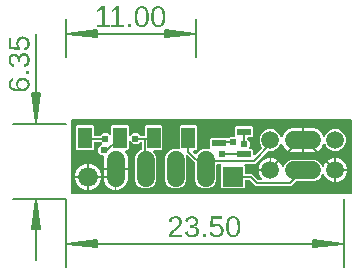
<source format=gbr>
G04 EAGLE Gerber RS-274X export*
G75*
%MOMM*%
%FSLAX34Y34*%
%LPD*%
%INTop Copper*%
%IPPOS*%
%AMOC8*
5,1,8,0,0,1.08239X$1,22.5*%
G01*
G04 Define Apertures*
%ADD10C,0.130000*%
%ADD11C,1.524000*%
%ADD12R,1.164600X1.815300*%
%ADD13R,1.223500X0.624800*%
%ADD14C,1.498600*%
%ADD15R,1.676400X1.676400*%
%ADD16C,1.676400*%
%ADD17C,0.203200*%
%ADD18C,0.604000*%
G36*
X241442Y3890D02*
X241046Y3810D01*
X4826Y3810D01*
X4460Y3878D01*
X4119Y4096D01*
X3890Y4430D01*
X3810Y4826D01*
X3810Y66040D01*
X3878Y66406D01*
X4096Y66747D01*
X4430Y66976D01*
X4826Y67056D01*
X241046Y67056D01*
X241412Y66988D01*
X241753Y66770D01*
X241982Y66436D01*
X242062Y66040D01*
X242062Y4826D01*
X241994Y4460D01*
X241776Y4119D01*
X241442Y3890D01*
G37*
%LPC*%
G36*
X65491Y8636D02*
X69129Y8636D01*
X72490Y10028D01*
X75062Y12600D01*
X76454Y15961D01*
X76454Y34839D01*
X75062Y38200D01*
X73967Y39295D01*
X73763Y39587D01*
X73670Y39981D01*
X73738Y40379D01*
X73956Y40720D01*
X74289Y40949D01*
X74685Y41029D01*
X80560Y41029D01*
X81453Y41922D01*
X81453Y61337D01*
X80560Y62230D01*
X67652Y62230D01*
X66759Y61337D01*
X66759Y54356D01*
X66691Y53990D01*
X66473Y53649D01*
X66139Y53420D01*
X65743Y53340D01*
X63045Y53340D01*
X62663Y53414D01*
X62326Y53638D01*
X60620Y55344D01*
X56855Y55344D01*
X54572Y53061D01*
X54280Y52857D01*
X53886Y52764D01*
X53488Y52832D01*
X53147Y53050D01*
X52918Y53383D01*
X52838Y53780D01*
X52838Y61337D01*
X51945Y62230D01*
X39037Y62230D01*
X38144Y61337D01*
X38144Y54873D01*
X38081Y54521D01*
X37869Y54177D01*
X37539Y53943D01*
X37144Y53857D01*
X36747Y53931D01*
X36410Y54154D01*
X35220Y55344D01*
X31455Y55344D01*
X29749Y53638D01*
X29427Y53420D01*
X29030Y53340D01*
X24346Y53340D01*
X23980Y53408D01*
X23639Y53626D01*
X23410Y53960D01*
X23330Y54356D01*
X23330Y61337D01*
X22437Y62230D01*
X9529Y62230D01*
X8636Y61337D01*
X8636Y41922D01*
X9529Y41029D01*
X22437Y41029D01*
X23330Y41922D01*
X23330Y47244D01*
X23398Y47610D01*
X23616Y47951D01*
X23950Y48180D01*
X24346Y48260D01*
X29030Y48260D01*
X29412Y48186D01*
X29749Y47962D01*
X30162Y47550D01*
X30372Y47242D01*
X30459Y46847D01*
X30385Y46450D01*
X30162Y46113D01*
X27206Y43157D01*
X27206Y39393D01*
X29868Y36731D01*
X30930Y36731D01*
X31288Y36666D01*
X31631Y36450D01*
X31862Y36119D01*
X31945Y35723D01*
X31868Y35326D01*
X31750Y35041D01*
X31750Y26162D01*
X52070Y26162D01*
X52070Y35041D01*
X50523Y38775D01*
X50004Y39295D01*
X49800Y39587D01*
X49707Y39981D01*
X49775Y40379D01*
X49992Y40720D01*
X50326Y40949D01*
X50722Y41029D01*
X51945Y41029D01*
X52838Y41922D01*
X52838Y47820D01*
X52901Y48172D01*
X53113Y48516D01*
X53443Y48750D01*
X53838Y48836D01*
X54235Y48762D01*
X54572Y48539D01*
X56855Y46256D01*
X60620Y46256D01*
X62326Y47962D01*
X62648Y48180D01*
X63045Y48260D01*
X63119Y48260D01*
X63485Y48192D01*
X63826Y47974D01*
X64055Y47640D01*
X64135Y47244D01*
X64135Y42281D01*
X64064Y41907D01*
X63843Y41568D01*
X63508Y41342D01*
X62130Y40772D01*
X59558Y38200D01*
X58166Y34839D01*
X58166Y15961D01*
X59558Y12600D01*
X62130Y10028D01*
X65491Y8636D01*
G37*
G36*
X90891Y8636D02*
X94529Y8636D01*
X97890Y10028D01*
X100462Y12600D01*
X101854Y15961D01*
X101854Y34839D01*
X101528Y35625D01*
X101452Y35966D01*
X101513Y36365D01*
X101726Y36709D01*
X102056Y36943D01*
X102451Y37030D01*
X102848Y36956D01*
X103185Y36733D01*
X108668Y31249D01*
X108886Y30927D01*
X108966Y30531D01*
X108966Y15961D01*
X110358Y12600D01*
X112930Y10028D01*
X116291Y8636D01*
X119929Y8636D01*
X123290Y10028D01*
X125862Y12600D01*
X127254Y15961D01*
X127254Y28194D01*
X127322Y28560D01*
X127540Y28901D01*
X127874Y29130D01*
X128270Y29210D01*
X130520Y29210D01*
X130871Y29147D01*
X131215Y28935D01*
X131449Y28605D01*
X131536Y28210D01*
X131462Y27813D01*
X131318Y27596D01*
X131318Y9529D01*
X132211Y8636D01*
X150237Y8636D01*
X151130Y9529D01*
X151130Y14986D01*
X151198Y15352D01*
X151416Y15693D01*
X151750Y15922D01*
X152146Y16002D01*
X155145Y16002D01*
X155526Y15928D01*
X155863Y15704D01*
X160900Y10668D01*
X190473Y10668D01*
X194239Y14434D01*
X194561Y14652D01*
X194957Y14732D01*
X209999Y14732D01*
X213360Y16124D01*
X215932Y18696D01*
X216750Y20671D01*
X216942Y20971D01*
X217270Y21207D01*
X217664Y21297D01*
X218062Y21226D01*
X218401Y21006D01*
X218627Y20671D01*
X219495Y18574D01*
X222318Y15751D01*
X226005Y14224D01*
X227239Y14224D01*
X227239Y34290D01*
X226005Y34290D01*
X222318Y32763D01*
X219495Y29940D01*
X218469Y27463D01*
X218277Y27162D01*
X217949Y26926D01*
X217555Y26836D01*
X217157Y26907D01*
X216818Y27127D01*
X216592Y27463D01*
X215932Y29056D01*
X213360Y31628D01*
X209999Y33020D01*
X191121Y33020D01*
X187760Y31628D01*
X185188Y29056D01*
X184469Y27320D01*
X184277Y27020D01*
X183949Y26783D01*
X183555Y26693D01*
X183157Y26764D01*
X182818Y26985D01*
X182592Y27320D01*
X181507Y29940D01*
X178684Y32763D01*
X174997Y34290D01*
X173763Y34290D01*
X173763Y23495D01*
X162968Y23495D01*
X162968Y22261D01*
X164495Y18574D01*
X165587Y17482D01*
X165791Y17190D01*
X165884Y16796D01*
X165816Y16398D01*
X165598Y16057D01*
X165265Y15828D01*
X164868Y15748D01*
X163425Y15748D01*
X163044Y15822D01*
X162707Y16046D01*
X157670Y21082D01*
X152146Y21082D01*
X151780Y21150D01*
X151439Y21368D01*
X151210Y21702D01*
X151130Y22098D01*
X151130Y27590D01*
X151006Y27768D01*
X150913Y28162D01*
X150980Y28560D01*
X151198Y28901D01*
X151532Y29130D01*
X151928Y29210D01*
X159802Y29210D01*
X170935Y40342D01*
X171257Y40560D01*
X171653Y40640D01*
X174795Y40640D01*
X178109Y42013D01*
X180645Y44549D01*
X181334Y46213D01*
X181527Y46513D01*
X181854Y46750D01*
X182249Y46840D01*
X182647Y46769D01*
X182986Y46548D01*
X183212Y46213D01*
X184327Y43521D01*
X187185Y40663D01*
X190919Y39116D01*
X199798Y39116D01*
X199798Y59436D01*
X190919Y59436D01*
X187185Y57889D01*
X184327Y55031D01*
X183369Y52720D01*
X183177Y52420D01*
X182849Y52183D01*
X182455Y52093D01*
X182057Y52164D01*
X181718Y52385D01*
X181492Y52720D01*
X180645Y54765D01*
X178109Y57301D01*
X174795Y58674D01*
X171207Y58674D01*
X167893Y57301D01*
X165357Y54765D01*
X163984Y51451D01*
X163984Y47863D01*
X165357Y44549D01*
X165939Y43967D01*
X166149Y43660D01*
X166236Y43265D01*
X166162Y42868D01*
X165939Y42531D01*
X160180Y36773D01*
X159888Y36569D01*
X159494Y36475D01*
X159096Y36543D01*
X158755Y36761D01*
X158526Y37095D01*
X158446Y37491D01*
X158446Y41321D01*
X157553Y42214D01*
X155868Y42214D01*
X155517Y42277D01*
X155173Y42489D01*
X154939Y42819D01*
X154852Y43214D01*
X154926Y43611D01*
X155150Y43948D01*
X155357Y44155D01*
X155357Y47920D01*
X153650Y49626D01*
X153433Y49948D01*
X153353Y50345D01*
X153353Y50902D01*
X153421Y51268D01*
X153639Y51609D01*
X153972Y51838D01*
X154369Y51918D01*
X157553Y51918D01*
X158446Y52811D01*
X158446Y60321D01*
X157553Y61214D01*
X144056Y61214D01*
X143163Y60321D01*
X143163Y53185D01*
X143095Y52819D01*
X142877Y52478D01*
X142543Y52249D01*
X142147Y52169D01*
X139405Y52169D01*
X138330Y51094D01*
X138023Y50883D01*
X137628Y50796D01*
X137230Y50871D01*
X136893Y51094D01*
X136273Y51714D01*
X122776Y51714D01*
X121883Y50821D01*
X121883Y43005D01*
X121907Y42905D01*
X121843Y42506D01*
X121628Y42164D01*
X121296Y41932D01*
X120900Y41849D01*
X120503Y41926D01*
X119929Y42164D01*
X116291Y42164D01*
X112930Y40772D01*
X110349Y38190D01*
X110041Y37980D01*
X109647Y37893D01*
X109249Y37967D01*
X108912Y38190D01*
X107808Y39295D01*
X107604Y39587D01*
X107510Y39981D01*
X107578Y40379D01*
X107796Y40720D01*
X108130Y40949D01*
X108526Y41029D01*
X110068Y41029D01*
X110961Y41922D01*
X110961Y61337D01*
X110068Y62230D01*
X97160Y62230D01*
X96267Y61337D01*
X96267Y42965D01*
X96202Y42606D01*
X95986Y42264D01*
X95655Y42032D01*
X95259Y41949D01*
X94862Y42026D01*
X94529Y42164D01*
X90891Y42164D01*
X87530Y40772D01*
X84958Y38200D01*
X83566Y34839D01*
X83566Y15961D01*
X84958Y12600D01*
X87530Y10028D01*
X90891Y8636D01*
G37*
G36*
X201322Y39116D02*
X210201Y39116D01*
X213935Y40663D01*
X216793Y43521D01*
X217849Y46071D01*
X218042Y46371D01*
X218369Y46607D01*
X218764Y46697D01*
X219162Y46626D01*
X219501Y46406D01*
X219727Y46071D01*
X220357Y44549D01*
X222893Y42013D01*
X226207Y40640D01*
X229795Y40640D01*
X233109Y42013D01*
X235645Y44549D01*
X237018Y47863D01*
X237018Y51451D01*
X235645Y54765D01*
X233109Y57301D01*
X229795Y58674D01*
X226207Y58674D01*
X222893Y57301D01*
X220357Y54765D01*
X219569Y52863D01*
X219377Y52562D01*
X219049Y52326D01*
X218654Y52236D01*
X218256Y52307D01*
X217918Y52527D01*
X217692Y52863D01*
X216793Y55031D01*
X213935Y57889D01*
X210201Y59436D01*
X201322Y59436D01*
X201322Y39116D01*
G37*
G36*
X162968Y25019D02*
X172239Y25019D01*
X172239Y34290D01*
X171005Y34290D01*
X167318Y32763D01*
X164495Y29940D01*
X162968Y26253D01*
X162968Y25019D01*
G37*
G36*
X228763Y25019D02*
X238034Y25019D01*
X238034Y26253D01*
X236507Y29940D01*
X233684Y32763D01*
X229997Y34290D01*
X228763Y34290D01*
X228763Y25019D01*
G37*
G36*
X7620Y19304D02*
X17780Y19304D01*
X17780Y29464D01*
X16369Y29464D01*
X12355Y27801D01*
X9283Y24729D01*
X7620Y20715D01*
X7620Y19304D01*
G37*
G36*
X19304Y19304D02*
X29464Y19304D01*
X29464Y20715D01*
X27801Y24729D01*
X24729Y27801D01*
X20715Y29464D01*
X19304Y29464D01*
X19304Y19304D01*
G37*
G36*
X42672Y7620D02*
X43931Y7620D01*
X47665Y9167D01*
X50523Y12025D01*
X52070Y15759D01*
X52070Y24638D01*
X42672Y24638D01*
X42672Y7620D01*
G37*
G36*
X39889Y7620D02*
X41148Y7620D01*
X41148Y24638D01*
X31750Y24638D01*
X31750Y15759D01*
X33297Y12025D01*
X36155Y9167D01*
X39889Y7620D01*
G37*
G36*
X228763Y14224D02*
X229997Y14224D01*
X233684Y15751D01*
X236507Y18574D01*
X238034Y22261D01*
X238034Y23495D01*
X228763Y23495D01*
X228763Y14224D01*
G37*
G36*
X19304Y7620D02*
X20715Y7620D01*
X24729Y9283D01*
X27801Y12355D01*
X29464Y16369D01*
X29464Y17780D01*
X19304Y17780D01*
X19304Y7620D01*
G37*
G36*
X16369Y7620D02*
X17780Y7620D01*
X17780Y17780D01*
X7620Y17780D01*
X7620Y16369D01*
X9283Y12355D01*
X12355Y9283D01*
X16369Y7620D01*
G37*
%LPD*%
G36*
X-39389Y90776D02*
X-39942Y90782D01*
X-40479Y90801D01*
X-41000Y90832D01*
X-41504Y90876D01*
X-41992Y90933D01*
X-42463Y91002D01*
X-42919Y91083D01*
X-43358Y91178D01*
X-43781Y91284D01*
X-44187Y91404D01*
X-44577Y91535D01*
X-44951Y91680D01*
X-45309Y91837D01*
X-45650Y92006D01*
X-45975Y92188D01*
X-46284Y92383D01*
X-46575Y92589D01*
X-46847Y92806D01*
X-47101Y93034D01*
X-47336Y93272D01*
X-47552Y93520D01*
X-47749Y93780D01*
X-47928Y94050D01*
X-48087Y94331D01*
X-48228Y94622D01*
X-48350Y94924D01*
X-48454Y95236D01*
X-48538Y95560D01*
X-48604Y95894D01*
X-48651Y96238D01*
X-48679Y96593D01*
X-48688Y96959D01*
X-48675Y97437D01*
X-48633Y97892D01*
X-48565Y98325D01*
X-48468Y98735D01*
X-48344Y99122D01*
X-48193Y99487D01*
X-48014Y99829D01*
X-47808Y100149D01*
X-47574Y100446D01*
X-47313Y100720D01*
X-47024Y100972D01*
X-46708Y101201D01*
X-46364Y101407D01*
X-45993Y101591D01*
X-45594Y101752D01*
X-45167Y101891D01*
X-44787Y99781D01*
X-45043Y99693D01*
X-45282Y99594D01*
X-45504Y99482D01*
X-45710Y99359D01*
X-45900Y99223D01*
X-46073Y99076D01*
X-46230Y98916D01*
X-46370Y98744D01*
X-46493Y98560D01*
X-46600Y98364D01*
X-46691Y98156D01*
X-46765Y97936D01*
X-46823Y97704D01*
X-46864Y97459D01*
X-46889Y97203D01*
X-46897Y96934D01*
X-46890Y96702D01*
X-46870Y96475D01*
X-46835Y96256D01*
X-46787Y96043D01*
X-46725Y95837D01*
X-46650Y95637D01*
X-46457Y95258D01*
X-46210Y94906D01*
X-45907Y94580D01*
X-45549Y94281D01*
X-45137Y94009D01*
X-44672Y93766D01*
X-44158Y93555D01*
X-43595Y93377D01*
X-42982Y93231D01*
X-42320Y93118D01*
X-41609Y93037D01*
X-40849Y92988D01*
X-40039Y92972D01*
X-40310Y93130D01*
X-40564Y93303D01*
X-40802Y93492D01*
X-41022Y93696D01*
X-41226Y93915D01*
X-41414Y94150D01*
X-41584Y94400D01*
X-41738Y94665D01*
X-41875Y94943D01*
X-41993Y95231D01*
X-42094Y95529D01*
X-42176Y95836D01*
X-42239Y96154D01*
X-42285Y96482D01*
X-42312Y96820D01*
X-42321Y97168D01*
X-42298Y97750D01*
X-42228Y98302D01*
X-42111Y98823D01*
X-41947Y99313D01*
X-41737Y99772D01*
X-41479Y100200D01*
X-41175Y100598D01*
X-40825Y100965D01*
X-40434Y101294D01*
X-40012Y101579D01*
X-39557Y101820D01*
X-39070Y102018D01*
X-38551Y102172D01*
X-38000Y102281D01*
X-37416Y102347D01*
X-36801Y102369D01*
X-36135Y102346D01*
X-35505Y102276D01*
X-34911Y102160D01*
X-34353Y101998D01*
X-33831Y101789D01*
X-33346Y101534D01*
X-32896Y101233D01*
X-32482Y100885D01*
X-32111Y100496D01*
X-31790Y100072D01*
X-31518Y99613D01*
X-31295Y99118D01*
X-31122Y98588D01*
X-31054Y98310D01*
X-30999Y98023D01*
X-30955Y97727D01*
X-30924Y97423D01*
X-30906Y97109D01*
X-30900Y96787D01*
X-30908Y96428D01*
X-30934Y96079D01*
X-30976Y95741D01*
X-31035Y95413D01*
X-31112Y95097D01*
X-31205Y94791D01*
X-31315Y94495D01*
X-31443Y94211D01*
X-31587Y93937D01*
X-31748Y93674D01*
X-31926Y93422D01*
X-32121Y93180D01*
X-32333Y92950D01*
X-32562Y92730D01*
X-32808Y92520D01*
X-33071Y92322D01*
X-33350Y92134D01*
X-33645Y91959D01*
X-33955Y91796D01*
X-34280Y91645D01*
X-34621Y91506D01*
X-34977Y91380D01*
X-35349Y91265D01*
X-35736Y91162D01*
X-36139Y91072D01*
X-36557Y90993D01*
X-36990Y90927D01*
X-37439Y90872D01*
X-37904Y90830D01*
X-38383Y90800D01*
X-38879Y90782D01*
X-39389Y90776D01*
G37*
%LPC*%
G36*
X-37230Y93193D02*
X-36741Y93208D01*
X-36275Y93254D01*
X-35832Y93332D01*
X-35411Y93440D01*
X-35013Y93578D01*
X-34638Y93748D01*
X-34285Y93949D01*
X-33954Y94180D01*
X-33655Y94436D01*
X-33396Y94709D01*
X-33177Y94999D01*
X-32997Y95307D01*
X-32858Y95633D01*
X-32758Y95976D01*
X-32698Y96336D01*
X-32679Y96714D01*
X-32695Y97102D01*
X-32746Y97468D01*
X-32829Y97813D01*
X-32947Y98137D01*
X-33098Y98439D01*
X-33282Y98719D01*
X-33500Y98979D01*
X-33752Y99216D01*
X-34033Y99429D01*
X-34339Y99613D01*
X-34670Y99770D01*
X-35026Y99897D01*
X-35408Y99996D01*
X-35814Y100067D01*
X-36246Y100110D01*
X-36702Y100124D01*
X-37158Y100110D01*
X-37587Y100067D01*
X-37989Y99995D01*
X-38365Y99894D01*
X-38713Y99765D01*
X-39035Y99607D01*
X-39330Y99420D01*
X-39598Y99204D01*
X-39836Y98963D01*
X-40043Y98699D01*
X-40218Y98412D01*
X-40361Y98103D01*
X-40473Y97771D01*
X-40552Y97417D01*
X-40600Y97040D01*
X-40616Y96640D01*
X-40602Y96263D01*
X-40560Y95904D01*
X-40489Y95564D01*
X-40391Y95243D01*
X-40264Y94940D01*
X-40109Y94656D01*
X-39926Y94390D01*
X-39714Y94143D01*
X-39478Y93921D01*
X-39221Y93727D01*
X-38942Y93564D01*
X-38642Y93430D01*
X-38321Y93326D01*
X-37979Y93252D01*
X-37615Y93208D01*
X-37230Y93193D01*
G37*
%LPD*%
G36*
X-35009Y125412D02*
X-35267Y127645D01*
X-34957Y127741D01*
X-34666Y127854D01*
X-34396Y127984D01*
X-34145Y128132D01*
X-33915Y128297D01*
X-33705Y128478D01*
X-33514Y128677D01*
X-33344Y128893D01*
X-33194Y129127D01*
X-33064Y129377D01*
X-32953Y129644D01*
X-32863Y129929D01*
X-32793Y130231D01*
X-32743Y130550D01*
X-32713Y130886D01*
X-32703Y131240D01*
X-32720Y131672D01*
X-32770Y132081D01*
X-32854Y132465D01*
X-32971Y132825D01*
X-33122Y133161D01*
X-33307Y133473D01*
X-33525Y133761D01*
X-33777Y134024D01*
X-34057Y134260D01*
X-34363Y134465D01*
X-34695Y134637D01*
X-35051Y134779D01*
X-35432Y134889D01*
X-35839Y134968D01*
X-36270Y135015D01*
X-36727Y135030D01*
X-37125Y135015D01*
X-37504Y134967D01*
X-37863Y134888D01*
X-38202Y134777D01*
X-38522Y134635D01*
X-38823Y134461D01*
X-39103Y134255D01*
X-39365Y134018D01*
X-39600Y133754D01*
X-39805Y133468D01*
X-39978Y133160D01*
X-40119Y132830D01*
X-40229Y132478D01*
X-40308Y132103D01*
X-40355Y131707D01*
X-40371Y131289D01*
X-40353Y130849D01*
X-40300Y130424D01*
X-40212Y130014D01*
X-40088Y129620D01*
X-39923Y129234D01*
X-39708Y128847D01*
X-39444Y128461D01*
X-39132Y128074D01*
X-39132Y125915D01*
X-48431Y126492D01*
X-48431Y136319D01*
X-46554Y136319D01*
X-46554Y128504D01*
X-41070Y128173D01*
X-41329Y128542D01*
X-41553Y128934D01*
X-41743Y129347D01*
X-41898Y129783D01*
X-42019Y130240D01*
X-42105Y130719D01*
X-42157Y131220D01*
X-42174Y131743D01*
X-42151Y132364D01*
X-42080Y132954D01*
X-41964Y133511D01*
X-41800Y134035D01*
X-41589Y134527D01*
X-41332Y134987D01*
X-41028Y135414D01*
X-40677Y135809D01*
X-40289Y136165D01*
X-39872Y136472D01*
X-39427Y136733D01*
X-38954Y136946D01*
X-38452Y137111D01*
X-37922Y137230D01*
X-37363Y137301D01*
X-36776Y137325D01*
X-36439Y137318D01*
X-36110Y137299D01*
X-35791Y137267D01*
X-35481Y137223D01*
X-35180Y137166D01*
X-34888Y137096D01*
X-34605Y137013D01*
X-34332Y136918D01*
X-33812Y136690D01*
X-33328Y136410D01*
X-32881Y136080D01*
X-32470Y135699D01*
X-32102Y135273D01*
X-31783Y134808D01*
X-31513Y134303D01*
X-31292Y133759D01*
X-31120Y133176D01*
X-31053Y132870D01*
X-30998Y132553D01*
X-30955Y132227D01*
X-30924Y131892D01*
X-30906Y131546D01*
X-30900Y131190D01*
X-30916Y130601D01*
X-30966Y130040D01*
X-31048Y129509D01*
X-31163Y129007D01*
X-31312Y128534D01*
X-31493Y128090D01*
X-31707Y127675D01*
X-31955Y127289D01*
X-32233Y126935D01*
X-32541Y126615D01*
X-32879Y126329D01*
X-33246Y126078D01*
X-33643Y125860D01*
X-34069Y125677D01*
X-34524Y125527D01*
X-35009Y125412D01*
G37*
G36*
X-35586Y111394D02*
X-35795Y113676D01*
X-35423Y113743D01*
X-35076Y113832D01*
X-34752Y113943D01*
X-34453Y114077D01*
X-34177Y114234D01*
X-33926Y114413D01*
X-33698Y114615D01*
X-33494Y114839D01*
X-33315Y115085D01*
X-33159Y115355D01*
X-33027Y115646D01*
X-32919Y115960D01*
X-32835Y116297D01*
X-32776Y116656D01*
X-32740Y117038D01*
X-32728Y117443D01*
X-32740Y117848D01*
X-32779Y118232D01*
X-32843Y118593D01*
X-32933Y118932D01*
X-33049Y119248D01*
X-33190Y119542D01*
X-33357Y119813D01*
X-33550Y120062D01*
X-33767Y120285D01*
X-34010Y120478D01*
X-34278Y120641D01*
X-34571Y120775D01*
X-34888Y120879D01*
X-35231Y120953D01*
X-35598Y120998D01*
X-35991Y121013D01*
X-36334Y120996D01*
X-36658Y120945D01*
X-36962Y120860D01*
X-37247Y120741D01*
X-37512Y120588D01*
X-37759Y120402D01*
X-37986Y120181D01*
X-38193Y119927D01*
X-38378Y119640D01*
X-38539Y119324D01*
X-38675Y118977D01*
X-38786Y118600D01*
X-38873Y118194D01*
X-38935Y117757D01*
X-38972Y117290D01*
X-38984Y116792D01*
X-38984Y115541D01*
X-40898Y115541D01*
X-40898Y116743D01*
X-40910Y117184D01*
X-40948Y117600D01*
X-41009Y117990D01*
X-41096Y118355D01*
X-41207Y118694D01*
X-41343Y119008D01*
X-41504Y119296D01*
X-41689Y119559D01*
X-41897Y119793D01*
X-42123Y119996D01*
X-42368Y120168D01*
X-42633Y120309D01*
X-42916Y120418D01*
X-43218Y120496D01*
X-43539Y120543D01*
X-43879Y120559D01*
X-44217Y120546D01*
X-44536Y120508D01*
X-44837Y120444D01*
X-45120Y120355D01*
X-45384Y120240D01*
X-45631Y120100D01*
X-45859Y119934D01*
X-46069Y119743D01*
X-46257Y119527D01*
X-46421Y119285D01*
X-46559Y119020D01*
X-46672Y118729D01*
X-46760Y118414D01*
X-46822Y118074D01*
X-46860Y117709D01*
X-46873Y117320D01*
X-46861Y116964D01*
X-46826Y116625D01*
X-46767Y116303D01*
X-46686Y116000D01*
X-46580Y115713D01*
X-46452Y115444D01*
X-46300Y115192D01*
X-46124Y114958D01*
X-45928Y114745D01*
X-45712Y114555D01*
X-45477Y114388D01*
X-45223Y114245D01*
X-44949Y114126D01*
X-44657Y114030D01*
X-44345Y113958D01*
X-44014Y113909D01*
X-44186Y111689D01*
X-44702Y111770D01*
X-45189Y111891D01*
X-45647Y112051D01*
X-46075Y112252D01*
X-46475Y112492D01*
X-46845Y112771D01*
X-47186Y113090D01*
X-47498Y113449D01*
X-47777Y113842D01*
X-48019Y114261D01*
X-48223Y114707D01*
X-48391Y115181D01*
X-48521Y115681D01*
X-48614Y116208D01*
X-48670Y116763D01*
X-48688Y117344D01*
X-48669Y117977D01*
X-48613Y118572D01*
X-48518Y119132D01*
X-48386Y119655D01*
X-48216Y120143D01*
X-48009Y120594D01*
X-47763Y121008D01*
X-47480Y121387D01*
X-47163Y121725D01*
X-46816Y122017D01*
X-46440Y122265D01*
X-46034Y122468D01*
X-45598Y122626D01*
X-45133Y122738D01*
X-44637Y122806D01*
X-44112Y122828D01*
X-43708Y122814D01*
X-43323Y122770D01*
X-42957Y122698D01*
X-42611Y122597D01*
X-42284Y122466D01*
X-41977Y122307D01*
X-41688Y122119D01*
X-41420Y121902D01*
X-41171Y121657D01*
X-40943Y121386D01*
X-40736Y121089D01*
X-40550Y120766D01*
X-40385Y120416D01*
X-40241Y120040D01*
X-40117Y119638D01*
X-40015Y119209D01*
X-39966Y119209D01*
X-39900Y119680D01*
X-39806Y120125D01*
X-39685Y120542D01*
X-39536Y120933D01*
X-39360Y121297D01*
X-39156Y121634D01*
X-38924Y121944D01*
X-38665Y122227D01*
X-38384Y122480D01*
X-38084Y122699D01*
X-37767Y122885D01*
X-37432Y123037D01*
X-37080Y123155D01*
X-36710Y123239D01*
X-36323Y123290D01*
X-35917Y123307D01*
X-35622Y123301D01*
X-35336Y123283D01*
X-34789Y123212D01*
X-34275Y123093D01*
X-33795Y122926D01*
X-33349Y122712D01*
X-32936Y122451D01*
X-32557Y122142D01*
X-32212Y121785D01*
X-31905Y121385D01*
X-31638Y120944D01*
X-31412Y120462D01*
X-31228Y119939D01*
X-31084Y119376D01*
X-30982Y118772D01*
X-30920Y118128D01*
X-30900Y117443D01*
X-30918Y116803D01*
X-30974Y116196D01*
X-31066Y115623D01*
X-31196Y115082D01*
X-31362Y114575D01*
X-31566Y114101D01*
X-31806Y113661D01*
X-32084Y113253D01*
X-32397Y112882D01*
X-32746Y112550D01*
X-33131Y112258D01*
X-33551Y112006D01*
X-34007Y111794D01*
X-34498Y111621D01*
X-35024Y111488D01*
X-35586Y111394D01*
G37*
G36*
X-31145Y105763D02*
X-33832Y105763D01*
X-33832Y108155D01*
X-31145Y108155D01*
X-31145Y105763D01*
G37*
G36*
X141421Y-32600D02*
X141055Y-32591D01*
X140699Y-32565D01*
X140356Y-32521D01*
X140024Y-32459D01*
X139703Y-32379D01*
X139394Y-32281D01*
X139097Y-32166D01*
X138811Y-32033D01*
X138537Y-31882D01*
X138275Y-31714D01*
X138024Y-31528D01*
X137785Y-31324D01*
X137557Y-31102D01*
X137341Y-30863D01*
X137136Y-30606D01*
X136944Y-30331D01*
X136762Y-30039D01*
X136593Y-29731D01*
X136435Y-29406D01*
X136289Y-29066D01*
X136154Y-28709D01*
X136032Y-28335D01*
X135920Y-27946D01*
X135821Y-27540D01*
X135733Y-27118D01*
X135657Y-26679D01*
X135593Y-26224D01*
X135540Y-25753D01*
X135499Y-25266D01*
X135470Y-24762D01*
X135453Y-24242D01*
X135447Y-23706D01*
X135470Y-22628D01*
X135498Y-22115D01*
X135538Y-21619D01*
X135589Y-21141D01*
X135651Y-20680D01*
X135725Y-20237D01*
X135810Y-19811D01*
X135907Y-19403D01*
X136015Y-19012D01*
X136134Y-18638D01*
X136265Y-18282D01*
X136407Y-17943D01*
X136560Y-17622D01*
X136725Y-17319D01*
X136901Y-17032D01*
X137089Y-16763D01*
X137290Y-16512D01*
X137505Y-16278D01*
X137733Y-16061D01*
X137974Y-15861D01*
X138228Y-15679D01*
X138496Y-15514D01*
X138776Y-15367D01*
X139070Y-15237D01*
X139377Y-15124D01*
X139697Y-15029D01*
X140030Y-14950D01*
X140377Y-14890D01*
X140736Y-14846D01*
X141109Y-14820D01*
X141495Y-14812D01*
X141871Y-14820D01*
X142234Y-14847D01*
X142584Y-14891D01*
X142922Y-14952D01*
X143248Y-15031D01*
X143561Y-15127D01*
X143861Y-15241D01*
X144150Y-15373D01*
X144425Y-15522D01*
X144688Y-15689D01*
X144939Y-15873D01*
X145177Y-16075D01*
X145402Y-16294D01*
X145615Y-16531D01*
X145816Y-16785D01*
X146004Y-17057D01*
X146180Y-17346D01*
X146344Y-17652D01*
X146498Y-17975D01*
X146640Y-18314D01*
X146770Y-18671D01*
X146889Y-19044D01*
X146997Y-19434D01*
X147094Y-19842D01*
X147179Y-20266D01*
X147253Y-20707D01*
X147315Y-21164D01*
X147366Y-21639D01*
X147435Y-22639D01*
X147457Y-23706D01*
X147451Y-24239D01*
X147433Y-24757D01*
X147404Y-25258D01*
X147362Y-25743D01*
X147308Y-26213D01*
X147243Y-26666D01*
X147165Y-27103D01*
X147075Y-27524D01*
X146974Y-27930D01*
X146861Y-28319D01*
X146735Y-28692D01*
X146598Y-29050D01*
X146449Y-29391D01*
X146288Y-29716D01*
X146115Y-30025D01*
X145930Y-30319D01*
X145733Y-30595D01*
X145525Y-30853D01*
X145306Y-31094D01*
X145075Y-31317D01*
X144833Y-31522D01*
X144580Y-31709D01*
X144315Y-31878D01*
X144039Y-32030D01*
X143752Y-32164D01*
X143453Y-32280D01*
X143143Y-32378D01*
X142821Y-32458D01*
X142488Y-32520D01*
X142144Y-32565D01*
X141788Y-32591D01*
X141421Y-32600D01*
G37*
%LPC*%
G36*
X141446Y-30797D02*
X141686Y-30790D01*
X141917Y-30770D01*
X142141Y-30736D01*
X142356Y-30688D01*
X142563Y-30627D01*
X142762Y-30552D01*
X142953Y-30464D01*
X143136Y-30361D01*
X143477Y-30116D01*
X143785Y-29817D01*
X144061Y-29463D01*
X144304Y-29055D01*
X144517Y-28590D01*
X144702Y-28067D01*
X144858Y-27486D01*
X144985Y-26847D01*
X145085Y-26149D01*
X145155Y-25393D01*
X145198Y-24579D01*
X145212Y-23706D01*
X145199Y-22803D01*
X145158Y-21964D01*
X145091Y-21190D01*
X144996Y-20480D01*
X144874Y-19834D01*
X144726Y-19253D01*
X144550Y-18736D01*
X144347Y-18284D01*
X144114Y-17890D01*
X143845Y-17548D01*
X143541Y-17259D01*
X143202Y-17023D01*
X142828Y-16839D01*
X142628Y-16767D01*
X142419Y-16708D01*
X142201Y-16662D01*
X141974Y-16629D01*
X141739Y-16609D01*
X141495Y-16603D01*
X141245Y-16609D01*
X141004Y-16629D01*
X140772Y-16661D01*
X140548Y-16706D01*
X140334Y-16765D01*
X140129Y-16836D01*
X139745Y-17017D01*
X139397Y-17250D01*
X139085Y-17534D01*
X138809Y-17871D01*
X138569Y-18259D01*
X138361Y-18706D01*
X138180Y-19221D01*
X138027Y-19801D01*
X137902Y-20449D01*
X137805Y-21163D01*
X137735Y-21944D01*
X137694Y-22792D01*
X137680Y-23706D01*
X137694Y-24595D01*
X137736Y-25423D01*
X137806Y-26189D01*
X137905Y-26893D01*
X138032Y-27535D01*
X138187Y-28116D01*
X138370Y-28635D01*
X138581Y-29092D01*
X138823Y-29491D01*
X139099Y-29838D01*
X139407Y-30131D01*
X139748Y-30371D01*
X140123Y-30557D01*
X140323Y-30630D01*
X140531Y-30690D01*
X140747Y-30737D01*
X140972Y-30770D01*
X141205Y-30790D01*
X141446Y-30797D01*
G37*
%LPD*%
G36*
X127281Y-32600D02*
X126691Y-32584D01*
X126131Y-32534D01*
X125599Y-32452D01*
X125097Y-32337D01*
X124624Y-32188D01*
X124180Y-32007D01*
X123765Y-31793D01*
X123380Y-31545D01*
X123026Y-31267D01*
X122706Y-30959D01*
X122420Y-30621D01*
X122168Y-30254D01*
X121951Y-29858D01*
X121767Y-29431D01*
X121618Y-28976D01*
X121503Y-28491D01*
X123735Y-28233D01*
X123831Y-28543D01*
X123945Y-28834D01*
X124075Y-29104D01*
X124222Y-29355D01*
X124387Y-29585D01*
X124569Y-29795D01*
X124768Y-29986D01*
X124984Y-30156D01*
X125217Y-30306D01*
X125467Y-30436D01*
X125735Y-30547D01*
X126020Y-30637D01*
X126321Y-30707D01*
X126640Y-30757D01*
X126977Y-30787D01*
X127330Y-30797D01*
X127763Y-30780D01*
X128171Y-30730D01*
X128555Y-30646D01*
X128916Y-30529D01*
X129252Y-30378D01*
X129564Y-30193D01*
X129851Y-29975D01*
X130115Y-29724D01*
X130351Y-29443D01*
X130555Y-29137D01*
X130728Y-28805D01*
X130869Y-28449D01*
X130979Y-28068D01*
X131058Y-27661D01*
X131105Y-27230D01*
X131121Y-26773D01*
X131105Y-26375D01*
X131058Y-25996D01*
X130978Y-25637D01*
X130868Y-25298D01*
X130725Y-24978D01*
X130551Y-24678D01*
X130346Y-24397D01*
X130109Y-24135D01*
X129845Y-23900D01*
X129559Y-23695D01*
X129250Y-23522D01*
X128920Y-23381D01*
X128568Y-23271D01*
X128194Y-23192D01*
X127797Y-23145D01*
X127379Y-23129D01*
X126939Y-23147D01*
X126514Y-23200D01*
X126105Y-23288D01*
X125711Y-23412D01*
X125324Y-23577D01*
X124938Y-23792D01*
X124551Y-24056D01*
X124165Y-24369D01*
X122006Y-24369D01*
X122582Y-15069D01*
X132409Y-15069D01*
X132409Y-16946D01*
X124594Y-16946D01*
X124263Y-22430D01*
X124633Y-22171D01*
X125024Y-21947D01*
X125438Y-21757D01*
X125873Y-21602D01*
X126330Y-21481D01*
X126809Y-21395D01*
X127310Y-21343D01*
X127833Y-21326D01*
X128455Y-21349D01*
X129044Y-21420D01*
X129601Y-21537D01*
X130126Y-21700D01*
X130618Y-21911D01*
X131077Y-22168D01*
X131505Y-22472D01*
X131900Y-22823D01*
X132255Y-23211D01*
X132563Y-23628D01*
X132823Y-24073D01*
X133036Y-24546D01*
X133202Y-25048D01*
X133320Y-25578D01*
X133391Y-26137D01*
X133415Y-26724D01*
X133409Y-27061D01*
X133390Y-27390D01*
X133358Y-27709D01*
X133313Y-28019D01*
X133256Y-28320D01*
X133186Y-28612D01*
X133104Y-28895D01*
X133009Y-29168D01*
X132780Y-29688D01*
X132501Y-30172D01*
X132170Y-30619D01*
X131789Y-31030D01*
X131363Y-31398D01*
X130898Y-31717D01*
X130393Y-31987D01*
X129850Y-32208D01*
X129266Y-32380D01*
X128960Y-32447D01*
X128644Y-32502D01*
X128318Y-32545D01*
X127982Y-32576D01*
X127636Y-32594D01*
X127281Y-32600D01*
G37*
G36*
X106564Y-32600D02*
X105924Y-32582D01*
X105318Y-32526D01*
X104744Y-32434D01*
X104204Y-32304D01*
X103697Y-32138D01*
X103223Y-31934D01*
X102782Y-31694D01*
X102375Y-31417D01*
X102003Y-31103D01*
X101672Y-30754D01*
X101380Y-30369D01*
X101128Y-29949D01*
X100915Y-29493D01*
X100743Y-29002D01*
X100610Y-28476D01*
X100516Y-27914D01*
X102798Y-27705D01*
X102864Y-28077D01*
X102953Y-28424D01*
X103065Y-28748D01*
X103199Y-29047D01*
X103355Y-29323D01*
X103535Y-29574D01*
X103736Y-29802D01*
X103960Y-30006D01*
X104207Y-30185D01*
X104476Y-30341D01*
X104768Y-30473D01*
X105082Y-30581D01*
X105419Y-30665D01*
X105778Y-30725D01*
X106160Y-30760D01*
X106564Y-30772D01*
X106970Y-30760D01*
X107354Y-30721D01*
X107715Y-30657D01*
X108053Y-30567D01*
X108369Y-30451D01*
X108663Y-30310D01*
X108935Y-30143D01*
X109183Y-29950D01*
X109406Y-29733D01*
X109599Y-29490D01*
X109763Y-29222D01*
X109897Y-28929D01*
X110001Y-28612D01*
X110075Y-28269D01*
X110119Y-27902D01*
X110134Y-27509D01*
X110117Y-27166D01*
X110066Y-26842D01*
X109982Y-26538D01*
X109863Y-26253D01*
X109710Y-25988D01*
X109524Y-25741D01*
X109303Y-25515D01*
X109049Y-25307D01*
X108762Y-25122D01*
X108445Y-24961D01*
X108099Y-24825D01*
X107722Y-24714D01*
X107315Y-24627D01*
X106878Y-24565D01*
X106411Y-24528D01*
X105914Y-24516D01*
X104663Y-24516D01*
X104663Y-22602D01*
X105865Y-22602D01*
X106306Y-22590D01*
X106722Y-22552D01*
X107112Y-22491D01*
X107477Y-22404D01*
X107816Y-22293D01*
X108130Y-22157D01*
X108418Y-21996D01*
X108680Y-21811D01*
X108915Y-21603D01*
X109118Y-21377D01*
X109290Y-21132D01*
X109430Y-20868D01*
X109540Y-20584D01*
X109618Y-20282D01*
X109665Y-19961D01*
X109680Y-19621D01*
X109668Y-19283D01*
X109629Y-18964D01*
X109566Y-18663D01*
X109476Y-18380D01*
X109362Y-18116D01*
X109221Y-17869D01*
X109056Y-17641D01*
X108864Y-17431D01*
X108648Y-17243D01*
X108407Y-17079D01*
X108141Y-16941D01*
X107851Y-16828D01*
X107536Y-16740D01*
X107196Y-16678D01*
X106831Y-16640D01*
X106442Y-16627D01*
X106085Y-16639D01*
X105746Y-16674D01*
X105425Y-16733D01*
X105121Y-16814D01*
X104835Y-16920D01*
X104566Y-17048D01*
X104314Y-17200D01*
X104080Y-17376D01*
X103866Y-17572D01*
X103676Y-17788D01*
X103510Y-18023D01*
X103367Y-18277D01*
X103248Y-18551D01*
X103152Y-18843D01*
X103080Y-19155D01*
X103031Y-19486D01*
X100810Y-19314D01*
X100892Y-18798D01*
X101013Y-18311D01*
X101173Y-17853D01*
X101373Y-17425D01*
X101613Y-17025D01*
X101893Y-16655D01*
X102212Y-16314D01*
X102571Y-16002D01*
X102963Y-15723D01*
X103383Y-15481D01*
X103829Y-15277D01*
X104302Y-15109D01*
X104803Y-14979D01*
X105330Y-14886D01*
X105885Y-14830D01*
X106466Y-14812D01*
X107098Y-14831D01*
X107694Y-14887D01*
X108254Y-14982D01*
X108777Y-15114D01*
X109264Y-15284D01*
X109715Y-15491D01*
X110130Y-15737D01*
X110508Y-16020D01*
X110846Y-16337D01*
X111139Y-16684D01*
X111387Y-17060D01*
X111590Y-17466D01*
X111747Y-17902D01*
X111860Y-18368D01*
X111927Y-18863D01*
X111950Y-19388D01*
X111935Y-19792D01*
X111892Y-20177D01*
X111820Y-20543D01*
X111718Y-20889D01*
X111588Y-21216D01*
X111429Y-21523D01*
X111241Y-21812D01*
X111024Y-22081D01*
X110779Y-22329D01*
X110508Y-22557D01*
X110211Y-22764D01*
X109887Y-22950D01*
X109538Y-23115D01*
X109162Y-23259D01*
X108759Y-23383D01*
X108331Y-23485D01*
X108331Y-23534D01*
X108802Y-23600D01*
X109246Y-23694D01*
X109664Y-23815D01*
X110054Y-23964D01*
X110418Y-24140D01*
X110755Y-24344D01*
X111065Y-24576D01*
X111349Y-24835D01*
X111602Y-25116D01*
X111821Y-25416D01*
X112007Y-25733D01*
X112158Y-26068D01*
X112277Y-26420D01*
X112361Y-26790D01*
X112411Y-27178D01*
X112428Y-27583D01*
X112422Y-27878D01*
X112405Y-28164D01*
X112333Y-28711D01*
X112214Y-29225D01*
X112048Y-29705D01*
X111834Y-30151D01*
X111573Y-30564D01*
X111264Y-30943D01*
X110907Y-31288D01*
X110506Y-31595D01*
X110065Y-31862D01*
X109583Y-32088D01*
X109061Y-32272D01*
X108498Y-32416D01*
X107894Y-32518D01*
X107249Y-32580D01*
X106564Y-32600D01*
G37*
G36*
X98300Y-32355D02*
X86854Y-32355D01*
X86854Y-30797D01*
X87184Y-30100D01*
X87549Y-29446D01*
X87948Y-28834D01*
X88381Y-28264D01*
X88838Y-27728D01*
X89306Y-27218D01*
X89786Y-26734D01*
X90277Y-26276D01*
X91266Y-25419D01*
X92246Y-24626D01*
X93174Y-23866D01*
X94006Y-23105D01*
X94380Y-22720D01*
X94716Y-22326D01*
X95015Y-21923D01*
X95276Y-21510D01*
X95390Y-21298D01*
X95488Y-21079D01*
X95571Y-20853D01*
X95639Y-20621D01*
X95692Y-20381D01*
X95730Y-20135D01*
X95753Y-19881D01*
X95761Y-19621D01*
X95748Y-19275D01*
X95708Y-18949D01*
X95643Y-18643D01*
X95552Y-18357D01*
X95435Y-18091D01*
X95291Y-17845D01*
X95122Y-17619D01*
X94926Y-17413D01*
X94708Y-17229D01*
X94469Y-17069D01*
X94209Y-16934D01*
X93930Y-16824D01*
X93630Y-16738D01*
X93309Y-16676D01*
X92969Y-16640D01*
X92608Y-16627D01*
X92263Y-16639D01*
X91933Y-16675D01*
X91619Y-16735D01*
X91321Y-16819D01*
X91038Y-16927D01*
X90771Y-17059D01*
X90519Y-17214D01*
X90283Y-17394D01*
X90066Y-17595D01*
X89873Y-17816D01*
X89704Y-18056D01*
X89558Y-18316D01*
X89435Y-18595D01*
X89336Y-18893D01*
X89261Y-19210D01*
X89209Y-19547D01*
X86952Y-19339D01*
X87033Y-18834D01*
X87154Y-18355D01*
X87315Y-17903D01*
X87515Y-17477D01*
X87755Y-17078D01*
X88034Y-16705D01*
X88354Y-16358D01*
X88713Y-16039D01*
X89105Y-15751D01*
X89524Y-15502D01*
X89971Y-15291D01*
X90444Y-15118D01*
X90944Y-14984D01*
X91472Y-14888D01*
X92026Y-14831D01*
X92608Y-14812D01*
X93242Y-14831D01*
X93839Y-14889D01*
X94398Y-14985D01*
X94919Y-15120D01*
X95402Y-15293D01*
X95848Y-15505D01*
X96255Y-15756D01*
X96626Y-16045D01*
X96955Y-16369D01*
X97240Y-16726D01*
X97482Y-17115D01*
X97679Y-17537D01*
X97833Y-17991D01*
X97942Y-18477D01*
X98008Y-18996D01*
X98030Y-19547D01*
X98023Y-19798D01*
X98001Y-20049D01*
X97966Y-20300D01*
X97915Y-20550D01*
X97771Y-21049D01*
X97570Y-21547D01*
X97312Y-22044D01*
X96998Y-22541D01*
X96628Y-23037D01*
X96202Y-23534D01*
X95645Y-24099D01*
X94880Y-24801D01*
X93909Y-25639D01*
X92730Y-26614D01*
X92061Y-27176D01*
X91464Y-27710D01*
X90939Y-28216D01*
X90485Y-28693D01*
X90097Y-29152D01*
X89768Y-29602D01*
X89496Y-30044D01*
X89283Y-30478D01*
X98300Y-30478D01*
X98300Y-32355D01*
G37*
G36*
X118214Y-32355D02*
X115822Y-32355D01*
X115822Y-29668D01*
X118214Y-29668D01*
X118214Y-32355D01*
G37*
G36*
X64005Y145200D02*
X63639Y145209D01*
X63283Y145235D01*
X62940Y145279D01*
X62608Y145342D01*
X62287Y145421D01*
X61978Y145519D01*
X61681Y145634D01*
X61395Y145767D01*
X61121Y145918D01*
X60859Y146086D01*
X60608Y146272D01*
X60369Y146476D01*
X60141Y146698D01*
X59925Y146937D01*
X59721Y147194D01*
X59528Y147469D01*
X59346Y147761D01*
X59177Y148069D01*
X59019Y148394D01*
X58873Y148734D01*
X58738Y149091D01*
X58616Y149465D01*
X58504Y149854D01*
X58405Y150260D01*
X58317Y150682D01*
X58241Y151121D01*
X58177Y151576D01*
X58124Y152047D01*
X58084Y152534D01*
X58054Y153038D01*
X58037Y153558D01*
X58031Y154094D01*
X58054Y155172D01*
X58082Y155685D01*
X58122Y156181D01*
X58173Y156659D01*
X58235Y157120D01*
X58309Y157563D01*
X58394Y157989D01*
X58491Y158397D01*
X58599Y158788D01*
X58718Y159162D01*
X58849Y159518D01*
X58991Y159857D01*
X59144Y160178D01*
X59309Y160482D01*
X59485Y160768D01*
X59673Y161037D01*
X59874Y161288D01*
X60089Y161522D01*
X60317Y161739D01*
X60558Y161939D01*
X60812Y162121D01*
X61080Y162286D01*
X61360Y162433D01*
X61654Y162563D01*
X61961Y162676D01*
X62281Y162771D01*
X62614Y162850D01*
X62961Y162910D01*
X63320Y162954D01*
X63693Y162980D01*
X64079Y162988D01*
X64455Y162980D01*
X64818Y162953D01*
X65168Y162909D01*
X65506Y162848D01*
X65832Y162769D01*
X66145Y162673D01*
X66446Y162559D01*
X66734Y162427D01*
X67009Y162278D01*
X67272Y162111D01*
X67523Y161927D01*
X67761Y161725D01*
X67986Y161506D01*
X68199Y161269D01*
X68400Y161015D01*
X68588Y160743D01*
X68764Y160454D01*
X68928Y160148D01*
X69082Y159825D01*
X69224Y159486D01*
X69354Y159129D01*
X69473Y158756D01*
X69581Y158366D01*
X69678Y157958D01*
X69763Y157534D01*
X69837Y157094D01*
X69899Y156636D01*
X69950Y156161D01*
X70019Y155161D01*
X70041Y154094D01*
X70035Y153561D01*
X70017Y153043D01*
X69988Y152542D01*
X69946Y152057D01*
X69892Y151587D01*
X69827Y151134D01*
X69749Y150697D01*
X69660Y150276D01*
X69558Y149870D01*
X69445Y149481D01*
X69319Y149108D01*
X69182Y148750D01*
X69033Y148409D01*
X68872Y148084D01*
X68699Y147775D01*
X68514Y147481D01*
X68317Y147205D01*
X68109Y146947D01*
X67890Y146706D01*
X67659Y146483D01*
X67417Y146278D01*
X67164Y146091D01*
X66899Y145922D01*
X66623Y145770D01*
X66336Y145636D01*
X66037Y145521D01*
X65727Y145423D01*
X65405Y145342D01*
X65072Y145280D01*
X64728Y145235D01*
X64372Y145209D01*
X64005Y145200D01*
G37*
%LPC*%
G36*
X64030Y147003D02*
X64270Y147010D01*
X64501Y147030D01*
X64725Y147064D01*
X64940Y147112D01*
X65147Y147173D01*
X65346Y147248D01*
X65537Y147336D01*
X65720Y147439D01*
X66061Y147684D01*
X66369Y147983D01*
X66645Y148337D01*
X66888Y148745D01*
X67101Y149210D01*
X67286Y149733D01*
X67442Y150314D01*
X67569Y150953D01*
X67669Y151651D01*
X67740Y152407D01*
X67782Y153221D01*
X67796Y154094D01*
X67783Y154997D01*
X67742Y155836D01*
X67675Y156610D01*
X67580Y157320D01*
X67458Y157966D01*
X67310Y158547D01*
X67134Y159064D01*
X66931Y159516D01*
X66698Y159910D01*
X66429Y160252D01*
X66125Y160541D01*
X65786Y160777D01*
X65412Y160961D01*
X65212Y161033D01*
X65003Y161092D01*
X64785Y161138D01*
X64558Y161171D01*
X64323Y161191D01*
X64079Y161197D01*
X63829Y161191D01*
X63588Y161171D01*
X63356Y161139D01*
X63133Y161094D01*
X62918Y161035D01*
X62713Y160964D01*
X62329Y160783D01*
X61982Y160550D01*
X61670Y160266D01*
X61393Y159929D01*
X61153Y159541D01*
X60945Y159094D01*
X60764Y158579D01*
X60611Y157999D01*
X60486Y157351D01*
X60389Y156637D01*
X60319Y155856D01*
X60278Y155008D01*
X60264Y154094D01*
X60278Y153205D01*
X60320Y152377D01*
X60391Y151611D01*
X60489Y150907D01*
X60616Y150265D01*
X60771Y149684D01*
X60954Y149165D01*
X61165Y148708D01*
X61407Y148309D01*
X61683Y147962D01*
X61991Y147669D01*
X62332Y147429D01*
X62707Y147243D01*
X62907Y147170D01*
X63115Y147110D01*
X63331Y147063D01*
X63556Y147030D01*
X63789Y147010D01*
X64030Y147003D01*
G37*
%LPD*%
G36*
X77974Y145200D02*
X77607Y145209D01*
X77252Y145235D01*
X76908Y145279D01*
X76576Y145342D01*
X76256Y145421D01*
X75947Y145519D01*
X75650Y145634D01*
X75364Y145767D01*
X75090Y145918D01*
X74828Y146086D01*
X74577Y146272D01*
X74337Y146476D01*
X74110Y146698D01*
X73894Y146937D01*
X73689Y147194D01*
X73496Y147469D01*
X73315Y147761D01*
X73146Y148069D01*
X72988Y148394D01*
X72842Y148734D01*
X72707Y149091D01*
X72584Y149465D01*
X72473Y149854D01*
X72374Y150260D01*
X72286Y150682D01*
X72210Y151121D01*
X72146Y151576D01*
X72093Y152047D01*
X72052Y152534D01*
X72023Y153038D01*
X72006Y153558D01*
X72000Y154094D01*
X72022Y155172D01*
X72051Y155685D01*
X72091Y156181D01*
X72142Y156659D01*
X72204Y157120D01*
X72278Y157563D01*
X72363Y157989D01*
X72460Y158397D01*
X72568Y158788D01*
X72687Y159162D01*
X72817Y159518D01*
X72959Y159857D01*
X73113Y160178D01*
X73277Y160482D01*
X73453Y160768D01*
X73642Y161037D01*
X73843Y161288D01*
X74058Y161522D01*
X74286Y161739D01*
X74527Y161939D01*
X74781Y162121D01*
X75048Y162286D01*
X75329Y162433D01*
X75623Y162563D01*
X75930Y162676D01*
X76250Y162771D01*
X76583Y162850D01*
X76929Y162910D01*
X77289Y162954D01*
X77662Y162980D01*
X78048Y162988D01*
X78423Y162980D01*
X78786Y162953D01*
X79137Y162909D01*
X79475Y162848D01*
X79801Y162769D01*
X80114Y162673D01*
X80414Y162559D01*
X80702Y162427D01*
X80978Y162278D01*
X81241Y162111D01*
X81491Y161927D01*
X81729Y161725D01*
X81955Y161506D01*
X82168Y161269D01*
X82368Y161015D01*
X82556Y160743D01*
X82732Y160454D01*
X82897Y160148D01*
X83050Y159825D01*
X83192Y159486D01*
X83323Y159129D01*
X83442Y158756D01*
X83550Y158366D01*
X83647Y157958D01*
X83732Y157534D01*
X83806Y157094D01*
X83868Y156636D01*
X83919Y156161D01*
X83987Y155161D01*
X84010Y154094D01*
X84004Y153561D01*
X83986Y153043D01*
X83956Y152542D01*
X83915Y152057D01*
X83861Y151587D01*
X83795Y151134D01*
X83718Y150697D01*
X83628Y150276D01*
X83527Y149870D01*
X83413Y149481D01*
X83288Y149108D01*
X83151Y148750D01*
X83002Y148409D01*
X82841Y148084D01*
X82668Y147775D01*
X82483Y147481D01*
X82286Y147205D01*
X82078Y146947D01*
X81859Y146706D01*
X81628Y146483D01*
X81386Y146278D01*
X81133Y146091D01*
X80868Y145922D01*
X80592Y145770D01*
X80304Y145636D01*
X80006Y145521D01*
X79695Y145423D01*
X79374Y145342D01*
X79041Y145280D01*
X78697Y145235D01*
X78341Y145209D01*
X77974Y145200D01*
G37*
%LPC*%
G36*
X77999Y147003D02*
X78239Y147010D01*
X78470Y147030D01*
X78694Y147064D01*
X78909Y147112D01*
X79116Y147173D01*
X79315Y147248D01*
X79506Y147336D01*
X79689Y147439D01*
X80030Y147684D01*
X80338Y147983D01*
X80614Y148337D01*
X80857Y148745D01*
X81070Y149210D01*
X81254Y149733D01*
X81410Y150314D01*
X81538Y150953D01*
X81637Y151651D01*
X81708Y152407D01*
X81751Y153221D01*
X81765Y154094D01*
X81752Y154997D01*
X81711Y155836D01*
X81643Y156610D01*
X81549Y157320D01*
X81427Y157966D01*
X81279Y158547D01*
X81103Y159064D01*
X80900Y159516D01*
X80666Y159910D01*
X80398Y160252D01*
X80094Y160541D01*
X79755Y160777D01*
X79381Y160961D01*
X79180Y161033D01*
X78971Y161092D01*
X78754Y161138D01*
X78527Y161171D01*
X78292Y161191D01*
X78048Y161197D01*
X77798Y161191D01*
X77557Y161171D01*
X77324Y161139D01*
X77101Y161094D01*
X76887Y161035D01*
X76682Y160964D01*
X76298Y160783D01*
X75950Y160550D01*
X75638Y160266D01*
X75362Y159929D01*
X75122Y159541D01*
X74913Y159094D01*
X74733Y158579D01*
X74580Y157999D01*
X74455Y157351D01*
X74358Y156637D01*
X74288Y155856D01*
X74246Y155008D01*
X74232Y154094D01*
X74247Y153205D01*
X74289Y152377D01*
X74359Y151611D01*
X74458Y150907D01*
X74585Y150265D01*
X74740Y149684D01*
X74923Y149165D01*
X75134Y148708D01*
X75376Y148309D01*
X75651Y147962D01*
X75960Y147669D01*
X76301Y147429D01*
X76676Y147243D01*
X76876Y147170D01*
X77084Y147110D01*
X77300Y147063D01*
X77525Y147030D01*
X77758Y147010D01*
X77999Y147003D01*
G37*
%LPD*%
G36*
X36765Y145445D02*
X25932Y145445D01*
X25932Y147322D01*
X30336Y147322D01*
X30336Y160621D01*
X26435Y157836D01*
X26435Y159921D01*
X30520Y162731D01*
X32557Y162731D01*
X32557Y147322D01*
X36765Y147322D01*
X36765Y145445D01*
G37*
G36*
X48858Y145445D02*
X38026Y145445D01*
X38026Y147322D01*
X42430Y147322D01*
X42430Y160621D01*
X38529Y157836D01*
X38529Y159921D01*
X42614Y162731D01*
X44651Y162731D01*
X44651Y147322D01*
X48858Y147322D01*
X48858Y145445D01*
G37*
G36*
X54767Y145445D02*
X52375Y145445D01*
X52375Y148132D01*
X54767Y148132D01*
X54767Y145445D01*
G37*
D10*
X0Y0D02*
X-44900Y0D01*
X-44900Y63500D02*
X0Y63500D01*
X-25400Y-650D02*
X-25400Y-52000D01*
X-25400Y64150D02*
X-25400Y139128D01*
X-25400Y-650D02*
X-28592Y-26000D01*
X-22208Y-26000D01*
X-25400Y-650D01*
X-26700Y-26000D01*
X-24100Y-26000D02*
X-25400Y-650D01*
X-28000Y-26000D01*
X-22800Y-26000D02*
X-25400Y-650D01*
X-25400Y64150D02*
X-28592Y89500D01*
X-22208Y89500D01*
X-25400Y64150D01*
X-26700Y89500D01*
X-24100Y89500D02*
X-25400Y64150D01*
X-28000Y89500D01*
X-22800Y89500D02*
X-25400Y64150D01*
X0Y0D02*
X0Y-57600D01*
X235001Y-57600D02*
X235001Y0D01*
X234351Y-38100D02*
X650Y-38100D01*
X26000Y-34908D01*
X26000Y-41292D01*
X650Y-38100D01*
X26000Y-36800D01*
X26000Y-39400D02*
X650Y-38100D01*
X26000Y-35500D01*
X26000Y-40700D02*
X650Y-38100D01*
X209001Y-34908D02*
X234351Y-38100D01*
X209001Y-34908D02*
X209001Y-41292D01*
X234351Y-38100D01*
X209001Y-36800D01*
X209001Y-39400D02*
X234351Y-38100D01*
X209001Y-35500D01*
X209001Y-40700D02*
X234351Y-38100D01*
X0Y120200D02*
X0Y152400D01*
X109982Y152400D02*
X109982Y120200D01*
X109332Y139700D02*
X650Y139700D01*
X26000Y142892D01*
X26000Y136508D01*
X650Y139700D01*
X26000Y141000D01*
X26000Y138400D02*
X650Y139700D01*
X26000Y142300D01*
X26000Y137100D02*
X650Y139700D01*
X83982Y142892D02*
X109332Y139700D01*
X83982Y142892D02*
X83982Y136508D01*
X109332Y139700D01*
X83982Y141000D01*
X83982Y138400D02*
X109332Y139700D01*
X83982Y142300D01*
X83982Y137100D02*
X109332Y139700D01*
D11*
X41910Y33020D02*
X41910Y17780D01*
X67310Y17780D02*
X67310Y33020D01*
X92710Y33020D02*
X92710Y17780D01*
X118110Y17780D02*
X118110Y33020D01*
X192940Y23876D02*
X208180Y23876D01*
X208180Y49276D02*
X192940Y49276D01*
D12*
X45491Y51630D03*
X15983Y51630D03*
X74106Y51630D03*
X103614Y51630D03*
D13*
X150805Y37566D03*
X150805Y56566D03*
X129525Y47066D03*
D14*
X173001Y49657D03*
X228001Y49657D03*
X173001Y24257D03*
X228001Y24257D03*
D15*
X141224Y18542D03*
D16*
X18542Y18542D03*
D17*
X17463Y50800D02*
X33338Y50800D01*
X66675Y50800D02*
X73025Y50800D01*
X66675Y50800D02*
X58738Y50800D01*
X17463Y50800D02*
X15983Y51630D01*
X73025Y50800D02*
X74106Y51630D01*
X130175Y47625D02*
X141288Y47625D01*
X130175Y47625D02*
X129525Y47066D01*
X66675Y50800D02*
X66675Y25400D01*
X67310Y25400D01*
D18*
X33338Y50800D03*
X58738Y50800D03*
X141288Y47625D03*
D17*
X41910Y25400D02*
X41275Y25400D01*
X173038Y25400D02*
X196850Y49213D01*
X200025Y49213D01*
X173038Y25400D02*
X173001Y24257D01*
X200025Y49213D02*
X200560Y49276D01*
X203200Y49213D02*
X227013Y25400D01*
X203200Y49213D02*
X201613Y49213D01*
X227013Y25400D02*
X228001Y24257D01*
X201613Y49213D02*
X200560Y49276D01*
X34417Y18542D02*
X18542Y18542D01*
X34417Y18542D02*
X41275Y25400D01*
X131763Y38100D02*
X149225Y38100D01*
X150805Y37566D01*
D18*
X131763Y38100D03*
D17*
X172974Y45974D02*
X172974Y49649D01*
X172974Y45974D02*
X158750Y31750D01*
X172974Y49649D02*
X173001Y49657D01*
X124460Y31750D02*
X118110Y25400D01*
X124460Y31750D02*
X158750Y31750D01*
X118110Y25400D02*
X103614Y39896D01*
X103614Y51630D01*
X150813Y55563D02*
X150813Y46038D01*
X150813Y55563D02*
X150805Y56566D01*
X200025Y23813D02*
X200560Y23876D01*
D18*
X150813Y46038D03*
D17*
X189421Y13208D02*
X200025Y23813D01*
X161952Y13208D02*
X156618Y18542D01*
X161952Y13208D02*
X189421Y13208D01*
X156618Y18542D02*
X141224Y18542D01*
X44450Y50800D02*
X34925Y41275D01*
X31750Y41275D01*
X44450Y50800D02*
X45491Y51630D01*
D18*
X31750Y41275D03*
M02*

</source>
